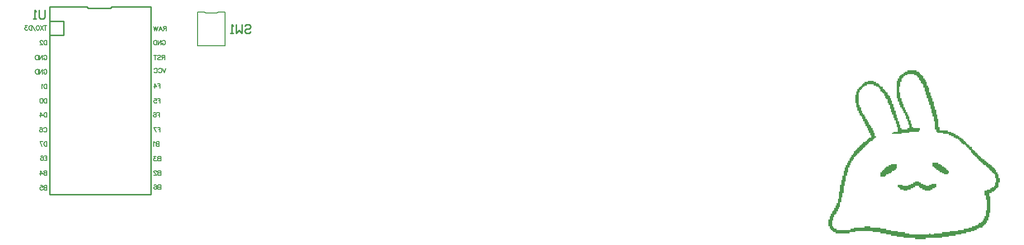
<source format=gbr>
%TF.GenerationSoftware,Altium Limited,Altium Designer,20.1.12 (249)*%
G04 Layer_Color=32896*
%FSLAX26Y26*%
%MOIN*%
%TF.SameCoordinates,C6B7DB02-E56D-4098-84F2-B1512E134489*%
%TF.FilePolarity,Positive*%
%TF.FileFunction,Legend,Bot*%
%TF.Part,Single*%
G01*
G75*
%TA.AperFunction,NonConductor*%
%ADD23C,0.010000*%
%ADD24C,0.007874*%
%ADD25C,0.005906*%
G36*
X6796512Y2023425D02*
X6812512D01*
Y2015425D01*
X6820512D01*
Y2007425D01*
X6828512D01*
Y1999425D01*
X6836512D01*
Y1991425D01*
X6844512D01*
Y1983425D01*
Y1975425D01*
X6852512D01*
Y1967425D01*
X6860512D01*
Y1959425D01*
Y1951425D01*
X6868512D01*
Y1943425D01*
Y1935425D01*
Y1927425D01*
X6876512D01*
Y1919425D01*
Y1911425D01*
X6884512D01*
Y1903425D01*
Y1895425D01*
Y1887425D01*
Y1879425D01*
X6892512D01*
Y1871425D01*
Y1863425D01*
Y1855425D01*
X6900512D01*
Y1847425D01*
Y1839425D01*
X6908512D01*
Y1831425D01*
Y1823425D01*
Y1815425D01*
X6916512D01*
Y1807425D01*
Y1799425D01*
Y1791425D01*
Y1783425D01*
X6924512D01*
Y1775425D01*
Y1767425D01*
Y1759425D01*
X6932512D01*
Y1751425D01*
Y1743425D01*
Y1735425D01*
Y1727425D01*
X6940512D01*
Y1719425D01*
Y1711425D01*
Y1703425D01*
Y1695425D01*
X6948512D01*
Y1687425D01*
Y1679425D01*
Y1671425D01*
Y1663425D01*
Y1655425D01*
Y1647425D01*
Y1639425D01*
X6956512D01*
Y1631425D01*
Y1623425D01*
Y1615425D01*
X7012512D01*
Y1607425D01*
X7036512D01*
Y1599425D01*
X7052512D01*
Y1591425D01*
X7068512D01*
Y1583425D01*
X7084512D01*
Y1575425D01*
X7092512D01*
Y1567425D01*
X7108512D01*
Y1559425D01*
X7116512D01*
Y1551425D01*
X7124512D01*
Y1543425D01*
X7132512D01*
Y1535425D01*
X7140512D01*
Y1527425D01*
X7148512D01*
Y1519425D01*
X7156512D01*
Y1511425D01*
X7164512D01*
Y1503425D01*
X7180512D01*
Y1495425D01*
Y1487425D01*
X7188512D01*
Y1479425D01*
X7196512D01*
Y1471425D01*
X7204512D01*
Y1463425D01*
X7212512D01*
Y1455425D01*
X7220512D01*
Y1447425D01*
X7228512D01*
Y1439425D01*
X7236512D01*
Y1431425D01*
X7244512D01*
Y1423425D01*
X7252512D01*
Y1415425D01*
X7268512D01*
Y1407425D01*
X7276512D01*
Y1399425D01*
X7284512D01*
Y1391425D01*
X7292512D01*
Y1383425D01*
X7308512D01*
Y1375425D01*
X7316512D01*
Y1367425D01*
X7324512D01*
Y1359425D01*
X7332512D01*
Y1351425D01*
X7340512D01*
Y1343425D01*
X7348512D01*
Y1335425D01*
Y1327425D01*
X7356512D01*
Y1319425D01*
Y1311425D01*
X7364512D01*
Y1303425D01*
Y1295425D01*
Y1287425D01*
X7372512D01*
Y1279425D01*
Y1271425D01*
Y1263425D01*
Y1255425D01*
X7364512D01*
Y1247425D01*
Y1239425D01*
Y1231425D01*
Y1223425D01*
X7356512D01*
Y1215425D01*
X7348512D01*
Y1207425D01*
X7340512D01*
Y1199425D01*
X7332512D01*
Y1191425D01*
X7316512D01*
Y1183425D01*
X7300512D01*
Y1175425D01*
Y1167425D01*
Y1159425D01*
X7308512D01*
Y1151425D01*
Y1143425D01*
Y1135425D01*
Y1127425D01*
Y1119425D01*
Y1111425D01*
Y1103425D01*
Y1095425D01*
Y1087425D01*
Y1079425D01*
Y1071425D01*
Y1063425D01*
Y1055425D01*
Y1047425D01*
X7300512D01*
Y1039425D01*
Y1031425D01*
Y1023425D01*
Y1015425D01*
X7292512D01*
Y1007425D01*
Y999425D01*
Y991425D01*
X7284512D01*
Y983425D01*
Y975425D01*
X7276512D01*
Y967425D01*
X7268512D01*
Y959425D01*
X7260512D01*
Y951425D01*
X7252512D01*
Y943425D01*
X7228512D01*
Y935425D01*
X7212512D01*
Y927425D01*
X7196512D01*
Y919425D01*
X7172512D01*
Y911425D01*
X7140512D01*
Y903425D01*
X7108512D01*
Y895425D01*
X7068512D01*
Y887425D01*
X7020512D01*
Y879425D01*
X6972512D01*
Y871425D01*
X6860512D01*
Y863425D01*
X6788512D01*
Y871425D01*
X6708512D01*
Y879425D01*
X6660512D01*
Y887425D01*
X6620512D01*
Y895425D01*
X6588512D01*
Y903425D01*
X6548512D01*
Y911425D01*
X6492512D01*
Y919425D01*
X6372512D01*
Y911425D01*
X6332512D01*
Y903425D01*
X6236512D01*
Y911425D01*
X6220512D01*
Y919425D01*
X6212512D01*
Y927425D01*
X6204512D01*
Y935425D01*
X6196512D01*
Y943425D01*
Y951425D01*
X6188512D01*
Y959425D01*
Y967425D01*
Y975425D01*
Y983425D01*
Y991425D01*
Y999425D01*
X6196512D01*
Y1007425D01*
Y1015425D01*
Y1023425D01*
X6204512D01*
Y1031425D01*
Y1039425D01*
X6212512D01*
Y1047425D01*
Y1055425D01*
X6220512D01*
Y1063425D01*
X6228512D01*
Y1071425D01*
Y1079425D01*
X6236512D01*
Y1087425D01*
Y1095425D01*
X6244512D01*
Y1103425D01*
Y1111425D01*
X6252512D01*
Y1119425D01*
Y1127425D01*
Y1135425D01*
Y1143425D01*
X6260512D01*
Y1151425D01*
Y1159425D01*
Y1167425D01*
Y1175425D01*
Y1183425D01*
Y1191425D01*
X6268512D01*
Y1199425D01*
Y1207425D01*
Y1215425D01*
Y1223425D01*
Y1231425D01*
Y1239425D01*
X6276512D01*
Y1247425D01*
Y1255425D01*
Y1263425D01*
Y1271425D01*
X6284512D01*
Y1279425D01*
Y1287425D01*
Y1295425D01*
Y1303425D01*
X6292512D01*
Y1311425D01*
Y1319425D01*
Y1327425D01*
Y1335425D01*
X6300512D01*
Y1343425D01*
Y1351425D01*
Y1359425D01*
X6308512D01*
Y1367425D01*
Y1375425D01*
X6316512D01*
Y1383425D01*
Y1391425D01*
X6324512D01*
Y1399425D01*
Y1407425D01*
X6332512D01*
Y1415425D01*
Y1423425D01*
X6340512D01*
Y1431425D01*
X6348512D01*
Y1439425D01*
Y1447425D01*
X6356512D01*
Y1455425D01*
X6364512D01*
Y1463425D01*
Y1471425D01*
X6372512D01*
Y1479425D01*
X6380512D01*
Y1487425D01*
X6388512D01*
Y1495425D01*
X6396512D01*
Y1503425D01*
X6404512D01*
Y1511425D01*
X6412512D01*
Y1519425D01*
X6420512D01*
Y1527425D01*
X6428512D01*
Y1535425D01*
X6444512D01*
Y1543425D01*
X6452512D01*
Y1551425D01*
X6460512D01*
Y1559425D01*
X6468512D01*
Y1567425D01*
X6484512D01*
Y1575425D01*
Y1583425D01*
X6476512D01*
Y1591425D01*
Y1599425D01*
X6468512D01*
Y1607425D01*
Y1615425D01*
X6460512D01*
Y1623425D01*
Y1631425D01*
X6452512D01*
Y1639425D01*
Y1647425D01*
X6444512D01*
Y1655425D01*
Y1663425D01*
X6436512D01*
Y1671425D01*
Y1679425D01*
X6428512D01*
Y1687425D01*
Y1695425D01*
X6420512D01*
Y1703425D01*
Y1711425D01*
X6412512D01*
Y1719425D01*
X6404512D01*
Y1727425D01*
Y1735425D01*
X6396512D01*
Y1743425D01*
Y1751425D01*
X6388512D01*
Y1759425D01*
Y1767425D01*
Y1775425D01*
X6380512D01*
Y1783425D01*
Y1791425D01*
Y1799425D01*
Y1807425D01*
X6372512D01*
Y1815425D01*
Y1823425D01*
Y1831425D01*
Y1839425D01*
Y1847425D01*
Y1855425D01*
Y1863425D01*
X6380512D01*
Y1871425D01*
Y1879425D01*
Y1887425D01*
X6388512D01*
Y1895425D01*
Y1903425D01*
X6396512D01*
Y1911425D01*
X6404512D01*
Y1919425D01*
X6412512D01*
Y1927425D01*
X6420512D01*
Y1935425D01*
X6428512D01*
Y1943425D01*
X6436512D01*
Y1951425D01*
X6460512D01*
Y1959425D01*
X6500512D01*
Y1951425D01*
X6516512D01*
Y1943425D01*
X6532512D01*
Y1935425D01*
X6540512D01*
Y1927425D01*
X6548512D01*
Y1919425D01*
X6564512D01*
Y1911425D01*
Y1903425D01*
X6572512D01*
Y1895425D01*
X6580512D01*
Y1887425D01*
X6588512D01*
Y1879425D01*
X6596512D01*
Y1871425D01*
Y1863425D01*
X6604512D01*
Y1855425D01*
X6612512D01*
Y1847425D01*
Y1839425D01*
X6620512D01*
Y1831425D01*
Y1823425D01*
X6628512D01*
Y1815425D01*
Y1807425D01*
Y1799425D01*
X6636512D01*
Y1791425D01*
Y1783425D01*
Y1775425D01*
X6644512D01*
Y1767425D01*
Y1759425D01*
Y1751425D01*
X6652512D01*
Y1743425D01*
Y1735425D01*
Y1727425D01*
X6660512D01*
Y1719425D01*
Y1711425D01*
Y1703425D01*
X6668512D01*
Y1695425D01*
Y1687425D01*
Y1679425D01*
X6676512D01*
Y1671425D01*
Y1663425D01*
Y1655425D01*
X6684512D01*
Y1647425D01*
Y1639425D01*
Y1631425D01*
X6692512D01*
Y1623425D01*
X6732512D01*
Y1631425D01*
X6748512D01*
Y1639425D01*
Y1647425D01*
Y1655425D01*
X6740512D01*
Y1663425D01*
Y1671425D01*
Y1679425D01*
X6732512D01*
Y1687425D01*
Y1695425D01*
X6724512D01*
Y1703425D01*
Y1711425D01*
Y1719425D01*
X6716512D01*
Y1727425D01*
Y1735425D01*
X6708512D01*
Y1743425D01*
Y1751425D01*
X6700512D01*
Y1759425D01*
Y1767425D01*
X6692512D01*
Y1775425D01*
X6684512D01*
Y1783425D01*
Y1791425D01*
X6676512D01*
Y1799425D01*
Y1807425D01*
Y1815425D01*
X6668512D01*
Y1823425D01*
Y1831425D01*
Y1839425D01*
X6660512D01*
Y1847425D01*
Y1855425D01*
Y1863425D01*
Y1871425D01*
Y1879425D01*
Y1887425D01*
Y1895425D01*
Y1903425D01*
Y1911425D01*
Y1919425D01*
Y1927425D01*
Y1935425D01*
Y1943425D01*
Y1951425D01*
Y1959425D01*
X6668512D01*
Y1967425D01*
Y1975425D01*
X6676512D01*
Y1983425D01*
Y1991425D01*
X6684512D01*
Y1999425D01*
X6692512D01*
Y2007425D01*
X6708512D01*
Y2015425D01*
X6716512D01*
Y2023425D01*
X6732512D01*
Y2031425D01*
X6796512D01*
Y2023425D01*
D02*
G37*
%LPC*%
G36*
X6780512Y2007425D02*
X6732512D01*
Y1999425D01*
X6716512D01*
Y1991425D01*
X6708512D01*
Y1983425D01*
X6700512D01*
Y1975425D01*
X6692512D01*
Y1967425D01*
Y1959425D01*
Y1951425D01*
X6684512D01*
Y1943425D01*
Y1935425D01*
Y1927425D01*
Y1919425D01*
X6676512D01*
Y1911425D01*
Y1903425D01*
Y1895425D01*
Y1887425D01*
Y1879425D01*
X6684512D01*
Y1871425D01*
Y1863425D01*
Y1855425D01*
Y1847425D01*
Y1839425D01*
X6692512D01*
Y1831425D01*
Y1823425D01*
Y1815425D01*
X6700512D01*
Y1807425D01*
Y1799425D01*
X6708512D01*
Y1791425D01*
Y1783425D01*
Y1775425D01*
X6716512D01*
Y1767425D01*
Y1759425D01*
X6724512D01*
Y1751425D01*
Y1743425D01*
X6732512D01*
Y1735425D01*
Y1727425D01*
X6740512D01*
Y1719425D01*
Y1711425D01*
X6748512D01*
Y1703425D01*
Y1695425D01*
Y1687425D01*
X6756512D01*
Y1679425D01*
Y1671425D01*
Y1663425D01*
X6764512D01*
Y1655425D01*
Y1647425D01*
Y1639425D01*
X6772512D01*
Y1631425D01*
X6820512D01*
Y1623425D01*
Y1615425D01*
X6812512D01*
Y1607425D01*
X6748512D01*
Y1599425D01*
X6692512D01*
Y1591425D01*
X6628512D01*
Y1599425D01*
X6636512D01*
Y1607425D01*
X6668512D01*
Y1615425D01*
Y1623425D01*
Y1631425D01*
Y1639425D01*
X6660512D01*
Y1647425D01*
Y1655425D01*
Y1663425D01*
X6652512D01*
Y1671425D01*
Y1679425D01*
Y1687425D01*
X6644512D01*
Y1695425D01*
Y1703425D01*
X6636512D01*
Y1711425D01*
Y1719425D01*
Y1727425D01*
X6628512D01*
Y1735425D01*
Y1743425D01*
X6620512D01*
Y1751425D01*
Y1759425D01*
Y1767425D01*
X6612512D01*
Y1775425D01*
Y1783425D01*
Y1791425D01*
X6604512D01*
Y1799425D01*
Y1807425D01*
X6596512D01*
Y1815425D01*
Y1823425D01*
Y1831425D01*
X6588512D01*
Y1839425D01*
X6580512D01*
Y1847425D01*
Y1855425D01*
X6572512D01*
Y1863425D01*
Y1871425D01*
X6564512D01*
Y1879425D01*
X6556512D01*
Y1887425D01*
X6548512D01*
Y1895425D01*
Y1903425D01*
X6540512D01*
Y1911425D01*
X6532512D01*
Y1919425D01*
X6516512D01*
Y1927425D01*
X6500512D01*
Y1935425D01*
X6452512D01*
Y1927425D01*
X6436512D01*
Y1919425D01*
X6428512D01*
Y1911425D01*
X6420512D01*
Y1903425D01*
X6412512D01*
Y1895425D01*
X6404512D01*
Y1887425D01*
Y1879425D01*
X6396512D01*
Y1871425D01*
Y1863425D01*
Y1855425D01*
Y1847425D01*
Y1839425D01*
Y1831425D01*
Y1823425D01*
Y1815425D01*
Y1807425D01*
Y1799425D01*
Y1791425D01*
X6404512D01*
Y1783425D01*
Y1775425D01*
X6412512D01*
Y1767425D01*
Y1759425D01*
Y1751425D01*
X6420512D01*
Y1743425D01*
Y1735425D01*
X6428512D01*
Y1727425D01*
X6436512D01*
Y1719425D01*
Y1711425D01*
X6444512D01*
Y1703425D01*
Y1695425D01*
X6452512D01*
Y1687425D01*
X6460512D01*
Y1679425D01*
Y1671425D01*
X6468512D01*
Y1663425D01*
Y1655425D01*
X6476512D01*
Y1647425D01*
X6484512D01*
Y1639425D01*
Y1631425D01*
X6492512D01*
Y1623425D01*
Y1615425D01*
X6500512D01*
Y1607425D01*
Y1599425D01*
X6508512D01*
Y1591425D01*
Y1583425D01*
Y1575425D01*
X6516512D01*
Y1567425D01*
X6508512D01*
Y1559425D01*
X6500512D01*
Y1551425D01*
X6492512D01*
Y1543425D01*
X6476512D01*
Y1535425D01*
X6468512D01*
Y1527425D01*
X6460512D01*
Y1519425D01*
X6452512D01*
Y1511425D01*
X6444512D01*
Y1503425D01*
X6436512D01*
Y1495425D01*
X6428512D01*
Y1487425D01*
X6420512D01*
Y1479425D01*
X6412512D01*
Y1471425D01*
X6404512D01*
Y1463425D01*
X6396512D01*
Y1455425D01*
X6388512D01*
Y1447425D01*
X6380512D01*
Y1439425D01*
X6372512D01*
Y1431425D01*
X6364512D01*
Y1423425D01*
Y1415425D01*
X6356512D01*
Y1407425D01*
X6348512D01*
Y1399425D01*
Y1391425D01*
X6340512D01*
Y1383425D01*
Y1375425D01*
X6332512D01*
Y1367425D01*
Y1359425D01*
X6324512D01*
Y1351425D01*
Y1343425D01*
Y1335425D01*
Y1327425D01*
X6316512D01*
Y1319425D01*
Y1311425D01*
Y1303425D01*
X6308512D01*
Y1295425D01*
Y1287425D01*
Y1279425D01*
Y1271425D01*
Y1263425D01*
X6300512D01*
Y1255425D01*
Y1247425D01*
Y1239425D01*
Y1231425D01*
X6292512D01*
Y1223425D01*
Y1215425D01*
Y1207425D01*
Y1199425D01*
Y1191425D01*
Y1183425D01*
X6284512D01*
Y1175425D01*
Y1167425D01*
Y1159425D01*
Y1151425D01*
X6276512D01*
Y1143425D01*
Y1135425D01*
Y1127425D01*
Y1119425D01*
X6268512D01*
Y1111425D01*
Y1103425D01*
Y1095425D01*
Y1087425D01*
X6260512D01*
Y1079425D01*
Y1071425D01*
X6252512D01*
Y1063425D01*
Y1055425D01*
X6244512D01*
Y1047425D01*
Y1039425D01*
X6236512D01*
Y1031425D01*
X6228512D01*
Y1023425D01*
Y1015425D01*
X6220512D01*
Y1007425D01*
Y999425D01*
Y991425D01*
X6212512D01*
Y983425D01*
Y975425D01*
Y967425D01*
Y959425D01*
Y951425D01*
X6220512D01*
Y943425D01*
X6228512D01*
Y935425D01*
X6244512D01*
Y927425D01*
X6340512D01*
Y935425D01*
X6364512D01*
Y943425D01*
X6436512D01*
Y951425D01*
X6476512D01*
Y943425D01*
X6548512D01*
Y935425D01*
X6588512D01*
Y927425D01*
X6620512D01*
Y919425D01*
X6668512D01*
Y911425D01*
X6716512D01*
Y903425D01*
X6748512D01*
Y895425D01*
X6884512D01*
Y903425D01*
X6892512D01*
Y895425D01*
X6916512D01*
Y903425D01*
X6972512D01*
Y911425D01*
X7028512D01*
Y919425D01*
X7084512D01*
Y927425D01*
X7124512D01*
Y935425D01*
X7156512D01*
Y943425D01*
X7180512D01*
Y951425D01*
X7204512D01*
Y959425D01*
X7220512D01*
Y967425D01*
X7228512D01*
Y975425D01*
X7244512D01*
Y983425D01*
X7252512D01*
Y991425D01*
X7260512D01*
Y999425D01*
Y1007425D01*
X7268512D01*
Y1015425D01*
Y1023425D01*
X7276512D01*
Y1031425D01*
Y1039425D01*
Y1047425D01*
Y1055425D01*
Y1063425D01*
X7284512D01*
Y1071425D01*
Y1079425D01*
Y1087425D01*
Y1095425D01*
Y1103425D01*
Y1111425D01*
Y1119425D01*
Y1127425D01*
Y1135425D01*
X7276512D01*
Y1143425D01*
Y1151425D01*
Y1159425D01*
Y1167425D01*
X7268512D01*
Y1175425D01*
Y1183425D01*
Y1191425D01*
Y1199425D01*
X7284512D01*
Y1207425D01*
X7308512D01*
Y1215425D01*
X7316512D01*
Y1223425D01*
X7332512D01*
Y1231425D01*
X7340512D01*
Y1239425D01*
Y1247425D01*
Y1255425D01*
X7348512D01*
Y1263425D01*
Y1271425D01*
Y1279425D01*
Y1287425D01*
X7340512D01*
Y1295425D01*
Y1303425D01*
Y1311425D01*
X7332512D01*
Y1319425D01*
X7324512D01*
Y1327425D01*
X7316512D01*
Y1335425D01*
X7308512D01*
Y1343425D01*
X7300512D01*
Y1351425D01*
X7292512D01*
Y1359425D01*
X7284512D01*
Y1367425D01*
X7276512D01*
Y1375425D01*
X7260512D01*
Y1383425D01*
X7252512D01*
Y1391425D01*
X7244512D01*
Y1399425D01*
X7236512D01*
Y1407425D01*
X7228512D01*
Y1415425D01*
X7220512D01*
Y1423425D01*
X7212512D01*
Y1431425D01*
X7204512D01*
Y1439425D01*
X7196512D01*
Y1447425D01*
X7188512D01*
Y1455425D01*
X7180512D01*
Y1463425D01*
X7172512D01*
Y1471425D01*
Y1479425D01*
X7164512D01*
Y1487425D01*
X7156512D01*
Y1495425D01*
X7148512D01*
Y1503425D01*
X7140512D01*
Y1511425D01*
X7132512D01*
Y1519425D01*
X7116512D01*
Y1527425D01*
X7108512D01*
Y1535425D01*
X7100512D01*
Y1543425D01*
X7092512D01*
Y1551425D01*
X7084512D01*
Y1559425D01*
X7068512D01*
Y1567425D01*
X7052512D01*
Y1575425D01*
X7036512D01*
Y1583425D01*
X7020512D01*
Y1591425D01*
X6980512D01*
Y1599425D01*
X6940512D01*
Y1607425D01*
X6932512D01*
Y1615425D01*
Y1623425D01*
X6924512D01*
Y1631425D01*
Y1639425D01*
Y1647425D01*
Y1655425D01*
Y1663425D01*
Y1671425D01*
Y1679425D01*
X6916512D01*
Y1687425D01*
Y1695425D01*
Y1703425D01*
Y1711425D01*
X6908512D01*
Y1719425D01*
Y1727425D01*
Y1735425D01*
X6900512D01*
Y1743425D01*
Y1751425D01*
Y1759425D01*
Y1767425D01*
X6892512D01*
Y1775425D01*
Y1783425D01*
Y1791425D01*
X6884512D01*
Y1799425D01*
Y1807425D01*
Y1815425D01*
X6876512D01*
Y1823425D01*
Y1831425D01*
Y1839425D01*
X6868512D01*
Y1847425D01*
Y1855425D01*
Y1863425D01*
X6860512D01*
Y1871425D01*
Y1879425D01*
Y1887425D01*
X6852512D01*
Y1895425D01*
Y1903425D01*
Y1911425D01*
X6844512D01*
Y1919425D01*
Y1927425D01*
Y1935425D01*
X6836512D01*
Y1943425D01*
X6828512D01*
Y1951425D01*
Y1959425D01*
X6820512D01*
Y1967425D01*
X6812512D01*
Y1975425D01*
Y1983425D01*
X6804512D01*
Y1991425D01*
X6796512D01*
Y1999425D01*
X6780512D01*
Y2007425D01*
D02*
G37*
%LPD*%
G36*
X6948512Y1383425D02*
X6964512D01*
Y1375425D01*
X6972512D01*
Y1367425D01*
X6988512D01*
Y1359425D01*
X6996512D01*
Y1351425D01*
X7004512D01*
Y1343425D01*
X7012512D01*
Y1335425D01*
X7020512D01*
Y1327425D01*
Y1319425D01*
X7012512D01*
Y1311425D01*
X6988512D01*
Y1319425D01*
X6972512D01*
Y1327425D01*
X6956512D01*
Y1335425D01*
X6948512D01*
Y1343425D01*
X6932512D01*
Y1351425D01*
X6924512D01*
Y1359425D01*
X6916512D01*
Y1367425D01*
X6908512D01*
Y1375425D01*
Y1383425D01*
Y1391425D01*
X6948512D01*
Y1383425D01*
D02*
G37*
G36*
X6660512Y1375425D02*
Y1367425D01*
Y1359425D01*
Y1351425D01*
X6652512D01*
Y1343425D01*
X6644512D01*
Y1335425D01*
X6628512D01*
Y1327425D01*
X6620512D01*
Y1319425D01*
X6604512D01*
Y1311425D01*
X6588512D01*
Y1303425D01*
X6580512D01*
Y1295425D01*
X6548512D01*
Y1303425D01*
Y1311425D01*
Y1319425D01*
Y1327425D01*
X6556512D01*
Y1335425D01*
X6564512D01*
Y1343425D01*
X6572512D01*
Y1351425D01*
X6580512D01*
Y1359425D01*
X6588512D01*
Y1367425D01*
X6604512D01*
Y1375425D01*
X6620512D01*
Y1383425D01*
X6660512D01*
Y1375425D01*
D02*
G37*
G36*
X6812512Y1255425D02*
X6828512D01*
Y1247425D01*
X6844512D01*
Y1239425D01*
X6860512D01*
Y1231425D01*
X6884512D01*
Y1239425D01*
X6900512D01*
Y1247425D01*
X6932512D01*
Y1239425D01*
Y1231425D01*
Y1223425D01*
X6924512D01*
Y1215425D01*
X6908512D01*
Y1207425D01*
X6892512D01*
Y1199425D01*
X6852512D01*
Y1207425D01*
X6836512D01*
Y1215425D01*
X6820512D01*
Y1223425D01*
X6812512D01*
Y1231425D01*
X6788512D01*
Y1223425D01*
X6772512D01*
Y1215425D01*
X6756512D01*
Y1207425D01*
X6732512D01*
Y1199425D01*
X6708512D01*
Y1207425D01*
X6684512D01*
Y1215425D01*
X6676512D01*
Y1223425D01*
X6668512D01*
Y1231425D01*
Y1239425D01*
X6700512D01*
Y1231425D01*
X6740512D01*
Y1239425D01*
X6756512D01*
Y1247425D01*
X6772512D01*
Y1255425D01*
X6788512D01*
Y1263425D01*
X6812512D01*
Y1255425D01*
D02*
G37*
D23*
X801216Y2276930D02*
X896689D01*
Y2372402D01*
X800232D02*
X896689D01*
X968854Y2474174D02*
X1056354D01*
X1066354Y2464174D01*
X1231354Y2474174D02*
X1318854D01*
X1221354Y2464174D02*
X1231354Y2474174D01*
X1498854Y1174174D02*
X1498854Y2474174D01*
X800232Y1174174D02*
X800232Y2474174D01*
X1066354Y2464174D02*
X1221354D01*
X800232Y2474174D02*
X968854D01*
X800232Y1174174D02*
X1498854D01*
X1318854Y2474174D02*
X1498854D01*
X765613Y2448258D02*
Y2398275D01*
X755616Y2388278D01*
X735623D01*
X725626Y2398275D01*
Y2448258D01*
X705632Y2388278D02*
X685639D01*
X695635D01*
Y2448258D01*
X705632Y2438262D01*
X2149833Y2339049D02*
X2159829Y2349045D01*
X2179823D01*
X2189820Y2339049D01*
Y2329052D01*
X2179823Y2319055D01*
X2159829D01*
X2149833Y2309058D01*
Y2299062D01*
X2159829Y2289065D01*
X2179823D01*
X2189820Y2299062D01*
X2129839Y2349045D02*
Y2289065D01*
X2109846Y2309058D01*
X2089852Y2289065D01*
Y2349045D01*
X2069859Y2289065D02*
X2049865D01*
X2059862D01*
Y2349045D01*
X2069859Y2339049D01*
D24*
X1965906Y2437953D02*
X2013150D01*
X1958031Y2430079D02*
X1965906Y2437953D01*
X1824173D02*
X1871417D01*
X1879292Y2430079D01*
X1958031D01*
X2013150Y2201732D02*
Y2437953D01*
X1824173Y2201732D02*
X2013150D01*
X1824173D02*
Y2437953D01*
D25*
X781532Y1235584D02*
Y1204095D01*
Y1235584D02*
X768036D01*
X763538Y1234085D01*
X762038Y1232585D01*
X760539Y1229586D01*
Y1226587D01*
X762038Y1223588D01*
X763538Y1222089D01*
X768036Y1220589D01*
X781532D02*
X768036D01*
X763538Y1219090D01*
X762038Y1217590D01*
X760539Y1214591D01*
Y1210093D01*
X762038Y1207094D01*
X763538Y1205594D01*
X768036Y1204095D01*
X781532D01*
X735497Y1235584D02*
X750492D01*
X751992Y1222089D01*
X750492Y1223588D01*
X745994Y1225088D01*
X741495D01*
X736997Y1223588D01*
X733998Y1220589D01*
X732498Y1216091D01*
Y1213092D01*
X733998Y1208593D01*
X736997Y1205594D01*
X741495Y1204095D01*
X745994D01*
X750492Y1205594D01*
X751992Y1207094D01*
X753491Y1210093D01*
X781532Y1337947D02*
Y1306457D01*
Y1337947D02*
X768036D01*
X763538Y1336447D01*
X762038Y1334947D01*
X760539Y1331948D01*
Y1328949D01*
X762038Y1325950D01*
X763538Y1324451D01*
X768036Y1322951D01*
X781532D02*
X768036D01*
X763538Y1321452D01*
X762038Y1319953D01*
X760539Y1316954D01*
Y1312455D01*
X762038Y1309456D01*
X763538Y1307957D01*
X768036Y1306457D01*
X781532D01*
X738496Y1337947D02*
X753491Y1316954D01*
X730999D01*
X738496Y1337947D02*
Y1306457D01*
X762038Y1440309D02*
X781532D01*
Y1408819D01*
X762038D01*
X781532Y1425314D02*
X769536D01*
X738796Y1435810D02*
X740296Y1438809D01*
X744794Y1440309D01*
X747793D01*
X752292Y1438809D01*
X755290Y1434311D01*
X756790Y1426813D01*
Y1419316D01*
X755290Y1413318D01*
X752292Y1410319D01*
X747793Y1408819D01*
X746293D01*
X741795Y1410319D01*
X738796Y1413318D01*
X737297Y1417816D01*
Y1419316D01*
X738796Y1423814D01*
X741795Y1426813D01*
X746293Y1428313D01*
X747793D01*
X752292Y1426813D01*
X755290Y1423814D01*
X756790Y1419316D01*
X771035Y2342445D02*
Y2310956D01*
X781532Y2342445D02*
X760539D01*
X756790D02*
X735797Y2310956D01*
Y2342445D02*
X756790Y2310956D01*
X719753Y2342445D02*
X724251Y2340945D01*
X727250Y2336447D01*
X728750Y2328950D01*
Y2324451D01*
X727250Y2316954D01*
X724251Y2312455D01*
X719753Y2310956D01*
X716754D01*
X712255Y2312455D01*
X709256Y2316954D01*
X707757Y2324451D01*
Y2328950D01*
X709256Y2336447D01*
X712255Y2340945D01*
X716754Y2342445D01*
X719753D01*
X700709Y2306457D02*
X679716Y2342445D01*
X677617D02*
Y2310956D01*
Y2342445D02*
X667120D01*
X662622Y2340945D01*
X659623Y2337947D01*
X658123Y2334948D01*
X656624Y2330449D01*
Y2322952D01*
X658123Y2318453D01*
X659623Y2315454D01*
X662622Y2312455D01*
X667120Y2310956D01*
X677617D01*
X646577Y2342445D02*
X630083D01*
X639080Y2330449D01*
X634581D01*
X631582Y2328950D01*
X630083Y2327450D01*
X628583Y2322952D01*
Y2319953D01*
X630083Y2315454D01*
X633082Y2312455D01*
X637580Y2310956D01*
X642079D01*
X646577Y2312455D01*
X648077Y2313955D01*
X649576Y2316954D01*
X781532Y1538734D02*
Y1507245D01*
Y1538734D02*
X771035D01*
X766537Y1537234D01*
X763538Y1534235D01*
X762038Y1531236D01*
X760539Y1526738D01*
Y1519240D01*
X762038Y1514742D01*
X763538Y1511743D01*
X766537Y1508744D01*
X771035Y1507245D01*
X781532D01*
X732498Y1538734D02*
X747493Y1507245D01*
X753491Y1538734D02*
X732498D01*
X759039Y1629662D02*
X760539Y1632661D01*
X763538Y1635660D01*
X766537Y1637159D01*
X772535D01*
X775534Y1635660D01*
X778533Y1632661D01*
X780032Y1629662D01*
X781532Y1625163D01*
Y1617666D01*
X780032Y1613167D01*
X778533Y1610168D01*
X775534Y1607169D01*
X772535Y1605670D01*
X766537D01*
X763538Y1607169D01*
X760539Y1610168D01*
X759039Y1613167D01*
X732198Y1632661D02*
X733698Y1635660D01*
X738196Y1637159D01*
X741195D01*
X745694Y1635660D01*
X748693Y1631161D01*
X750192Y1623664D01*
Y1616166D01*
X748693Y1610168D01*
X745694Y1607169D01*
X741195Y1605670D01*
X739696D01*
X735197Y1607169D01*
X732198Y1610168D01*
X730699Y1614667D01*
Y1616166D01*
X732198Y1620665D01*
X735197Y1623664D01*
X739696Y1625163D01*
X741195D01*
X745694Y1623664D01*
X748693Y1620665D01*
X750192Y1616166D01*
X781532Y1739521D02*
Y1708032D01*
Y1739521D02*
X771035D01*
X766537Y1738022D01*
X763538Y1735023D01*
X762038Y1732024D01*
X760539Y1727525D01*
Y1720028D01*
X762038Y1715529D01*
X763538Y1712530D01*
X766537Y1709531D01*
X771035Y1708032D01*
X781532D01*
X738496Y1739521D02*
X753491Y1718528D01*
X730999D01*
X738496Y1739521D02*
Y1708032D01*
X781532Y1837947D02*
Y1806457D01*
Y1837947D02*
X771035D01*
X766537Y1836447D01*
X763538Y1833448D01*
X762038Y1830449D01*
X760539Y1825950D01*
Y1818453D01*
X762038Y1813955D01*
X763538Y1810956D01*
X766537Y1807957D01*
X771035Y1806457D01*
X781532D01*
X744494Y1837947D02*
X748993Y1836447D01*
X751992Y1831948D01*
X753491Y1824451D01*
Y1819953D01*
X751992Y1812455D01*
X748993Y1807957D01*
X744494Y1806457D01*
X741495D01*
X736997Y1807957D01*
X733998Y1812455D01*
X732498Y1819953D01*
Y1824451D01*
X733998Y1831948D01*
X736997Y1836447D01*
X741495Y1837947D01*
X744494D01*
X781532Y1936372D02*
Y1904882D01*
Y1936372D02*
X771035D01*
X766537Y1934872D01*
X763538Y1931873D01*
X762038Y1928874D01*
X760539Y1924376D01*
Y1916878D01*
X762038Y1912380D01*
X763538Y1909381D01*
X766537Y1906382D01*
X771035Y1904882D01*
X781532D01*
X753491Y1930374D02*
X750492Y1931873D01*
X745994Y1936372D01*
Y1904882D01*
X759039Y2031236D02*
X760539Y2034235D01*
X763538Y2037234D01*
X766537Y2038734D01*
X772535D01*
X775534Y2037234D01*
X778533Y2034235D01*
X780032Y2031236D01*
X781532Y2026738D01*
Y2019240D01*
X780032Y2014742D01*
X778533Y2011743D01*
X775534Y2008744D01*
X772535Y2007245D01*
X766537D01*
X763538Y2008744D01*
X760539Y2011743D01*
X759039Y2014742D01*
Y2019240D01*
X766537D02*
X759039D01*
X751842Y2038734D02*
Y2007245D01*
Y2038734D02*
X730849Y2007245D01*
Y2038734D02*
Y2007245D01*
X722152Y2038734D02*
Y2007245D01*
Y2038734D02*
X711655D01*
X707157Y2037234D01*
X704158Y2034235D01*
X702658Y2031236D01*
X701159Y2026738D01*
Y2019240D01*
X702658Y2014742D01*
X704158Y2011743D01*
X707157Y2008744D01*
X711655Y2007245D01*
X722152D01*
X781532Y2239521D02*
Y2208032D01*
Y2239521D02*
X771035D01*
X766537Y2238022D01*
X763538Y2235023D01*
X762038Y2232024D01*
X760539Y2227525D01*
Y2220028D01*
X762038Y2215529D01*
X763538Y2212530D01*
X766537Y2209531D01*
X771035Y2208032D01*
X781532D01*
X751992Y2232024D02*
Y2233523D01*
X750492Y2236522D01*
X748993Y2238022D01*
X745994Y2239521D01*
X739996D01*
X736997Y2238022D01*
X735497Y2236522D01*
X733998Y2233523D01*
Y2230524D01*
X735497Y2227525D01*
X738496Y2223027D01*
X753491Y2208032D01*
X732498D01*
X1568933Y1239521D02*
Y1208032D01*
Y1239521D02*
X1555438D01*
X1550939Y1238022D01*
X1549440Y1236522D01*
X1547940Y1233523D01*
Y1230524D01*
X1549440Y1227525D01*
X1550939Y1226026D01*
X1555438Y1224526D01*
X1568933D02*
X1555438D01*
X1550939Y1223027D01*
X1549440Y1221527D01*
X1547940Y1218528D01*
Y1214030D01*
X1549440Y1211031D01*
X1550939Y1209531D01*
X1555438Y1208032D01*
X1568933D01*
X1522899Y1235023D02*
X1524398Y1238022D01*
X1528897Y1239521D01*
X1531896D01*
X1536394Y1238022D01*
X1539393Y1233523D01*
X1540893Y1226026D01*
Y1218528D01*
X1539393Y1212530D01*
X1536394Y1209531D01*
X1531896Y1208032D01*
X1530396D01*
X1525898Y1209531D01*
X1522899Y1212530D01*
X1521399Y1217029D01*
Y1218528D01*
X1522899Y1223027D01*
X1525898Y1226026D01*
X1530396Y1227525D01*
X1531896D01*
X1536394Y1226026D01*
X1539393Y1223027D01*
X1540893Y1218528D01*
X1568933Y1337947D02*
Y1306457D01*
Y1337947D02*
X1555438D01*
X1550939Y1336447D01*
X1549440Y1334947D01*
X1547940Y1331948D01*
Y1328949D01*
X1549440Y1325950D01*
X1550939Y1324451D01*
X1555438Y1322951D01*
X1568933D02*
X1555438D01*
X1550939Y1321452D01*
X1549440Y1319953D01*
X1547940Y1316954D01*
Y1312455D01*
X1549440Y1309456D01*
X1550939Y1307957D01*
X1555438Y1306457D01*
X1568933D01*
X1539393Y1330449D02*
Y1331948D01*
X1537894Y1334947D01*
X1536394Y1336447D01*
X1533395Y1337947D01*
X1527397D01*
X1524398Y1336447D01*
X1522899Y1334947D01*
X1521399Y1331948D01*
Y1328949D01*
X1522899Y1325950D01*
X1525898Y1321452D01*
X1540893Y1306457D01*
X1519900D01*
X1568933Y1436372D02*
Y1404882D01*
Y1436372D02*
X1555438D01*
X1550939Y1434872D01*
X1549440Y1433373D01*
X1547940Y1430374D01*
Y1427375D01*
X1549440Y1424376D01*
X1550939Y1422876D01*
X1555438Y1421377D01*
X1568933D02*
X1555438D01*
X1550939Y1419877D01*
X1549440Y1418378D01*
X1547940Y1415379D01*
Y1410880D01*
X1549440Y1407881D01*
X1550939Y1406382D01*
X1555438Y1404882D01*
X1568933D01*
X1537894Y1436372D02*
X1521399D01*
X1530396Y1424376D01*
X1525898D01*
X1522899Y1422876D01*
X1521399Y1421377D01*
X1519900Y1416878D01*
Y1413879D01*
X1521399Y1409381D01*
X1524398Y1406382D01*
X1528897Y1404882D01*
X1533395D01*
X1537894Y1406382D01*
X1539393Y1407881D01*
X1540893Y1410880D01*
X1557122Y1538734D02*
Y1507245D01*
Y1538734D02*
X1543627D01*
X1539128Y1537234D01*
X1537629Y1535735D01*
X1536129Y1532736D01*
Y1529737D01*
X1537629Y1526738D01*
X1539128Y1525238D01*
X1543627Y1523739D01*
X1557122D02*
X1543627D01*
X1539128Y1522239D01*
X1537629Y1520740D01*
X1536129Y1517741D01*
Y1513243D01*
X1537629Y1510244D01*
X1539128Y1508744D01*
X1543627Y1507245D01*
X1557122D01*
X1529082Y1532736D02*
X1526083Y1534235D01*
X1521584Y1538734D01*
Y1507245D01*
X1564996Y1637159D02*
Y1605670D01*
Y1637159D02*
X1545503D01*
X1564996Y1622164D02*
X1553000D01*
X1520911Y1637159D02*
X1535906Y1605670D01*
X1541904Y1637159D02*
X1520911D01*
X1564996Y1837947D02*
Y1806457D01*
Y1837947D02*
X1545503D01*
X1564996Y1822951D02*
X1553000D01*
X1523910Y1837947D02*
X1538905D01*
X1540404Y1824451D01*
X1538905Y1825950D01*
X1534406Y1827450D01*
X1529908D01*
X1525409Y1825950D01*
X1522410Y1822951D01*
X1520911Y1818453D01*
Y1815454D01*
X1522410Y1810956D01*
X1525409Y1807957D01*
X1529908Y1806457D01*
X1534406D01*
X1538905Y1807957D01*
X1540404Y1809456D01*
X1541904Y1812455D01*
X1564996Y1940309D02*
Y1908819D01*
Y1940309D02*
X1545503D01*
X1564996Y1925314D02*
X1553000D01*
X1526909Y1940309D02*
X1541904Y1919316D01*
X1519411D01*
X1526909Y1940309D02*
Y1908819D01*
X1604366Y2046608D02*
X1592370Y2015119D01*
X1580374Y2046608D02*
X1592370Y2015119D01*
X1553833Y2039110D02*
X1555333Y2042109D01*
X1558332Y2045108D01*
X1561331Y2046608D01*
X1567329D01*
X1570328Y2045108D01*
X1573327Y2042109D01*
X1574826Y2039110D01*
X1576326Y2034612D01*
Y2027114D01*
X1574826Y2022616D01*
X1573327Y2019617D01*
X1570328Y2016618D01*
X1567329Y2015119D01*
X1561331D01*
X1558332Y2016618D01*
X1555333Y2019617D01*
X1553833Y2022616D01*
X1522494Y2039110D02*
X1523993Y2042109D01*
X1526992Y2045108D01*
X1529991Y2046608D01*
X1535989D01*
X1538988Y2045108D01*
X1541987Y2042109D01*
X1543487Y2039110D01*
X1544986Y2034612D01*
Y2027114D01*
X1543487Y2022616D01*
X1541987Y2019617D01*
X1538988Y2016618D01*
X1535989Y2015119D01*
X1529991D01*
X1526992Y2016618D01*
X1523993Y2019617D01*
X1522494Y2022616D01*
X1596492Y2137159D02*
Y2105670D01*
Y2137159D02*
X1582997D01*
X1578498Y2135660D01*
X1576999Y2134160D01*
X1575499Y2131161D01*
Y2128162D01*
X1576999Y2125163D01*
X1578498Y2123664D01*
X1582997Y2122164D01*
X1596492D01*
X1585996D02*
X1575499Y2105670D01*
X1547459Y2132661D02*
X1550458Y2135660D01*
X1554956Y2137159D01*
X1560954D01*
X1565453Y2135660D01*
X1568452Y2132661D01*
Y2129662D01*
X1566952Y2126663D01*
X1565453Y2125163D01*
X1562454Y2123664D01*
X1553457Y2120665D01*
X1550458Y2119165D01*
X1548958Y2117666D01*
X1547459Y2114667D01*
Y2110168D01*
X1550458Y2107169D01*
X1554956Y2105670D01*
X1560954D01*
X1565453Y2107169D01*
X1568452Y2110168D01*
X1529915Y2137159D02*
Y2105670D01*
X1540411Y2137159D02*
X1519418D01*
X1577937Y2232024D02*
X1579436Y2235023D01*
X1582435Y2238022D01*
X1585434Y2239521D01*
X1591432D01*
X1594431Y2238022D01*
X1597430Y2235023D01*
X1598930Y2232024D01*
X1600429Y2227525D01*
Y2220028D01*
X1598930Y2215529D01*
X1597430Y2212530D01*
X1594431Y2209531D01*
X1591432Y2208032D01*
X1585434D01*
X1582435Y2209531D01*
X1579436Y2212530D01*
X1577937Y2215529D01*
Y2220028D01*
X1585434D02*
X1577937D01*
X1570739Y2239521D02*
Y2208032D01*
Y2239521D02*
X1549746Y2208032D01*
Y2239521D02*
Y2208032D01*
X1541049Y2239521D02*
Y2208032D01*
Y2239521D02*
X1530553D01*
X1526054Y2238022D01*
X1523055Y2235023D01*
X1521556Y2232024D01*
X1520056Y2227525D01*
Y2220028D01*
X1521556Y2215529D01*
X1523055Y2212530D01*
X1526054Y2209531D01*
X1530553Y2208032D01*
X1541049D01*
X1608303Y2337947D02*
Y2306457D01*
Y2337947D02*
X1594808D01*
X1590309Y2336447D01*
X1588810Y2334948D01*
X1587310Y2331948D01*
Y2328950D01*
X1588810Y2325950D01*
X1590309Y2324451D01*
X1594808Y2322952D01*
X1608303D01*
X1597807D02*
X1587310Y2306457D01*
X1556271D02*
X1568267Y2337947D01*
X1580263Y2306457D01*
X1575764Y2316954D02*
X1560769D01*
X1548923Y2337947D02*
X1541426Y2306457D01*
X1533928Y2337947D02*
X1541426Y2306457D01*
X1533928Y2337947D02*
X1526431Y2306457D01*
X1518933Y2337947D02*
X1526431Y2306457D01*
X759039Y2129662D02*
X760539Y2132661D01*
X763538Y2135660D01*
X766537Y2137159D01*
X772535D01*
X775534Y2135660D01*
X778533Y2132661D01*
X780032Y2129662D01*
X781532Y2125163D01*
Y2117666D01*
X780032Y2113167D01*
X778533Y2110168D01*
X775534Y2107169D01*
X772535Y2105670D01*
X766537D01*
X763538Y2107169D01*
X760539Y2110168D01*
X759039Y2113167D01*
Y2117666D01*
X766537D02*
X759039D01*
X751842Y2137159D02*
Y2105670D01*
Y2137159D02*
X730849Y2105670D01*
Y2137159D02*
Y2105670D01*
X722152Y2137159D02*
Y2105670D01*
Y2137159D02*
X711655D01*
X707157Y2135660D01*
X704158Y2132661D01*
X702658Y2129662D01*
X701159Y2125163D01*
Y2117666D01*
X702658Y2113167D01*
X704158Y2110168D01*
X707157Y2107169D01*
X711655Y2105670D01*
X722152D01*
X1561059Y1739521D02*
Y1708032D01*
Y1739521D02*
X1541566D01*
X1561059Y1724526D02*
X1549063D01*
X1519973Y1735023D02*
X1521473Y1738022D01*
X1525971Y1739521D01*
X1528970D01*
X1533468Y1738022D01*
X1536467Y1733523D01*
X1537967Y1726026D01*
Y1718528D01*
X1536467Y1712530D01*
X1533468Y1709531D01*
X1528970Y1708032D01*
X1527470D01*
X1522972Y1709531D01*
X1519973Y1712530D01*
X1518474Y1717029D01*
Y1718528D01*
X1519973Y1723027D01*
X1522972Y1726026D01*
X1527470Y1727525D01*
X1528970D01*
X1533468Y1726026D01*
X1536467Y1723027D01*
X1537967Y1718528D01*
%TF.MD5,f95d1a91718a1a940370dfe45d73a1d1*%
M02*

</source>
